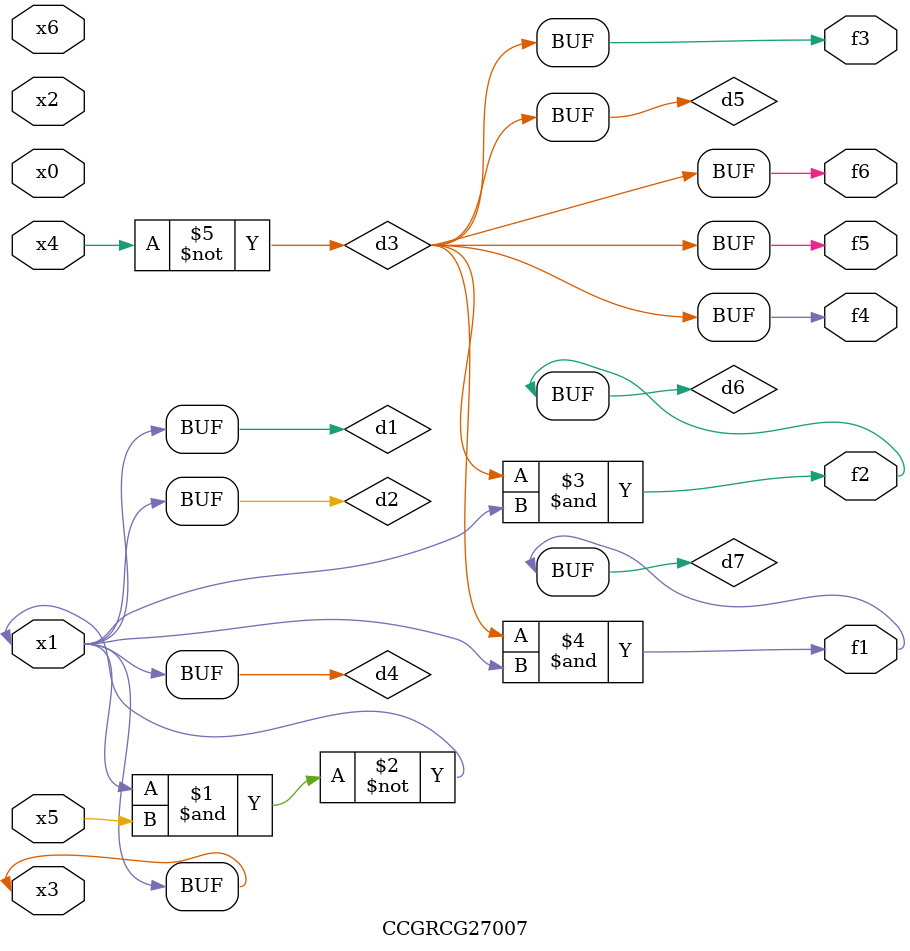
<source format=v>
module CCGRCG27007(
	input x0, x1, x2, x3, x4, x5, x6,
	output f1, f2, f3, f4, f5, f6
);

	wire d1, d2, d3, d4, d5, d6, d7;

	buf (d1, x1, x3);
	nand (d2, x1, x5);
	not (d3, x4);
	buf (d4, d1, d2);
	buf (d5, d3);
	and (d6, d3, d4);
	and (d7, d3, d4);
	assign f1 = d7;
	assign f2 = d6;
	assign f3 = d5;
	assign f4 = d5;
	assign f5 = d5;
	assign f6 = d5;
endmodule

</source>
